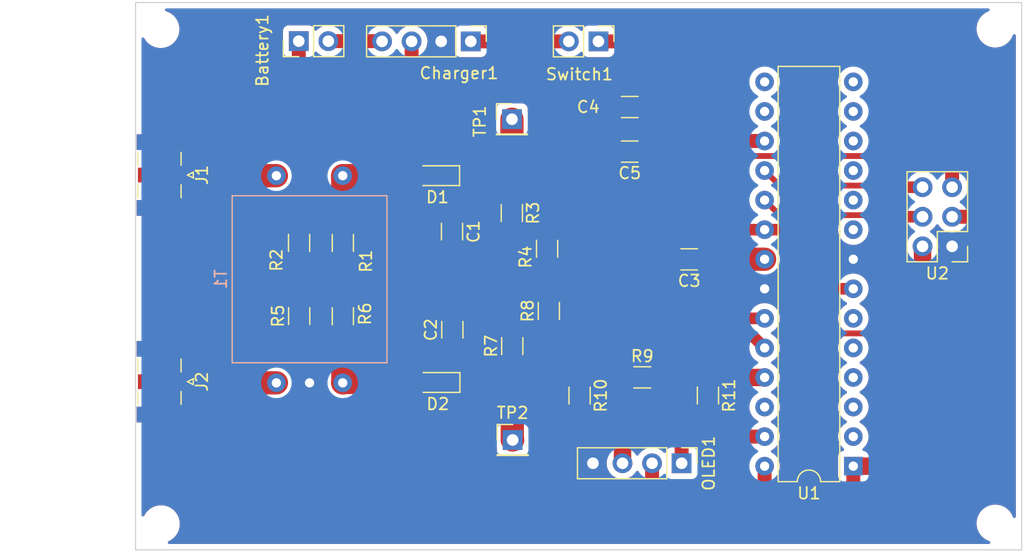
<source format=kicad_pcb>
(kicad_pcb (version 20211014) (generator pcbnew)
  (layers (0 "F.Cu" signal) (31 "B.Cu" signal) (34 "B.Paste" user) (35 "F.Paste" user) (36 "B.SilkS" user "B.Silkscreen") (37 "F.SilkS" user "F.Silkscreen") (38 "B.Mask" user) (39 "F.Mask" user) (44 "Edge.Cuts" user))
  (net 0 "")
  (net 1 "GND")
  (net 2 "Net-(J2-Pad1)")
  (net 3 "Net-(C1-Pad1)")
  (net 4 "Net-(C2-Pad1)")
  (net 5 "Net-(J1-Pad1)")
  (net 6 "Net-(C3-Pad1)")
  (net 7 "Net-(D1-Pad2)")
  (net 8 "Net-(R3-Pad2)")
  (net 9 "Net-(R7-Pad2)")
  (net 10 "Net-(D2-Pad2)")
  (net 11 "Net-(R10-Pad2)")
  (net 12 "Net-(Charger1-Pad1)")
  (net 13 "Net-(OLED1-Pad3)")
  (net 14 "Net-(Battery1-Pad1)")
  (net 15 "Net-(Battery1-Pad2)")
  (net 16 "Net-(C4-Pad1)")
  (net 17 "Net-(R11-Pad1)")
  (net 18 "Net-(OLED1-Pad1)")
  (net 19 "Net-(OLED1-Pad2)")
  (net 20 "Net-(U1-Pad17)")
  (net 21 "Net-(U1-Pad18)")
  (net 22 "Net-(U1-Pad19)")
  (footprint "Connector_PinHeader_2.54mm:PinHeader_1x02_P2.54mm_Vertical" (layer "F.Cu") (at 125.635 77.45 90)
    (fp_text reference "Battery1" (at -0.8 -3.125 90) (layer "F.SilkS"))
    (fp_text value "Battery" hide)
    (fp_line (start -1.33 1.27) (end -1.33 3.87) (layer "F.SilkS") (width 0.12))
    (fp_line (start -1.33 0) (end -1.33 -1.33) (layer "F.SilkS") (width 0.12))
    (fp_line (start -1.33 3.87) (end 1.33 3.87) (layer "F.SilkS") (width 0.12))
    (fp_line (start 1.33 1.27) (end 1.33 3.87) (layer "F.SilkS") (width 0.12))
    (fp_line (start -1.33 -1.33) (end 0 -1.33) (layer "F.SilkS") (width 0.12))
    (fp_line (start -1.33 1.27) (end 1.33 1.27) (layer "F.SilkS") (width 0.12))
    (pad "1" thru_hole rect (at 0 0 90) (size 1.7 1.7) (drill 1) (layers *.Cu *.Mask) (net 14 "Net-(Battery1-Pad1)"))
    (pad "2" thru_hole oval (at 0 2.54 90) (size 1.7 1.7) (drill 1) (layers *.Cu *.Mask) (net 15 "Net-(Battery1-Pad2)"))
  )
  (footprint "Connector_PinHeader_2.54mm:PinHeader_1x01_P2.54mm_Vertical" (layer "F.Cu") (at 144.01 111.72)
    (fp_text reference "TP2" (at 0 -2.33) (layer "F.SilkS"))
    (fp_text value "Vrev")
    (fp_line (start -1.33 1.27) (end 1.33 1.27) (layer "F.SilkS") (width 0.12))
    (fp_line (start -1.33 0) (end -1.33 -1.33) (layer "F.SilkS") (width 0.12))
    (fp_line (start -1.33 1.33) (end 1.33 1.33) (layer "F.SilkS") (width 0.12))
    (fp_line (start 1.33 1.27) (end 1.33 1.33) (layer "F.SilkS") (width 0.12))
    (fp_line (start -1.33 1.27) (end -1.33 1.33) (layer "F.SilkS") (width 0.12))
    (fp_line (start -1.33 -1.33) (end 0 -1.33) (layer "F.SilkS") (width 0.12))
    (pad "1" thru_hole rect (at 0 0) (size 1.7 1.7) (drill 1) (layers *.Cu *.Mask) (net 4 "Net-(C2-Pad1)"))
  )
  (footprint "Resistor_SMD:R_1206_3216Metric_Pad1.30x1.75mm_HandSolder" (layer "F.Cu") (at 155.15 106.34)
    (fp_text reference "R9" (at 0 -1.82) (layer "F.SilkS"))
    (fp_text value "39k 1%" hide)
    (fp_line (start -0.727064 -0.91) (end 0.727064 -0.91) (layer "F.SilkS") (width 0.12))
    (fp_line (start -0.727064 0.91) (end 0.727064 0.91) (layer "F.SilkS") (width 0.12))
    (pad "1" smd roundrect (at -1.55 0) (size 1.3 1.75) (layers "F.Cu" "F.Paste" "F.Mask") (roundrect_rratio 0.192308) (net 13 "Net-(OLED1-Pad3)"))
    (pad "2" smd roundrect (at 1.55 0) (size 1.3 1.75) (layers "F.Cu" "F.Paste" "F.Mask") (roundrect_rratio 0.192308) (net 17 "Net-(R11-Pad1)"))
  )
  (footprint "Connector_PinHeader_2.54mm:PinHeader_1x04_P2.54mm_Vertical" (layer "F.Cu") (at 158.53 113.72 -90)
    (fp_text reference "OLED1" (at 0 -2.33 -90) (layer "F.SilkS"))
    (fp_text value "SSD1306")
    (fp_line (start -1.33 0) (end -1.33 -1.33) (layer "F.SilkS") (width 0.12))
    (fp_line (start -1.33 1.27) (end 1.33 1.27) (layer "F.SilkS") (width 0.12))
    (fp_line (start -1.33 1.27) (end -1.33 8.95) (layer "F.SilkS") (width 0.12))
    (fp_line (start 1.33 1.27) (end 1.33 8.95) (layer "F.SilkS") (width 0.12))
    (fp_line (start -1.33 -1.33) (end 0 -1.33) (layer "F.SilkS") (width 0.12))
    (fp_line (start -1.33 8.95) (end 1.33 8.95) (layer "F.SilkS") (width 0.12))
    (pad "1" thru_hole rect (at 0 0 270) (size 1.7 1.7) (drill 1) (layers *.Cu *.Mask) (net 18 "Net-(OLED1-Pad1)"))
    (pad "2" thru_hole oval (at 0 2.54 270) (size 1.7 1.7) (drill 1) (layers *.Cu *.Mask) (net 19 "Net-(OLED1-Pad2)"))
    (pad "3" thru_hole oval (at 0 5.08 270) (size 1.7 1.7) (drill 1) (layers *.Cu *.Mask) (net 13 "Net-(OLED1-Pad3)"))
    (pad "4" thru_hole oval (at 0 7.62 270) (size 1.7 1.7) (drill 1) (layers *.Cu *.Mask) (net 1 "GND"))
  )
  (footprint "Resistor_SMD:R_1206_3216Metric_Pad1.30x1.75mm_HandSolder" (layer "F.Cu") (at 143.94 92.22 -90)
    (fp_text reference "R3" (at 0 -1.82 90) (layer "F.SilkS"))
    (fp_text value "18k 1%" hide)
    (fp_line (start -0.727064 0.91) (end 0.727064 0.91) (layer "F.SilkS") (width 0.12))
    (fp_line (start -0.727064 -0.91) (end 0.727064 -0.91) (layer "F.SilkS") (width 0.12))
    (pad "1" smd roundrect (at -1.55 0 270) (size 1.3 1.75) (layers "F.Cu" "F.Paste" "F.Mask") (roundrect_rratio 0.192308) (net 3 "Net-(C1-Pad1)"))
    (pad "2" smd roundrect (at 1.55 0 270) (size 1.3 1.75) (layers "F.Cu" "F.Paste" "F.Mask") (roundrect_rratio 0.192308) (net 8 "Net-(R3-Pad2)"))
  )
  (footprint "Package_DIP:DIP-28_W7.62mm" (layer "F.Cu") (at 173.28 113.97 180)
    (fp_text reference "U1" (at 3.81 -2.33) (layer "F.SilkS"))
    (fp_text value "ATmega328-PU")
    (fp_line (start 6.46 34.35) (end 6.46 -1.33) (layer "F.SilkS") (width 0.12))
    (fp_line (start 2.81 -1.33) (end 1.16 -1.33) (layer "F.SilkS") (width 0.12))
    (fp_line (start 1.16 34.35) (end 6.46 34.35) (layer "F.SilkS") (width 0.12))
    (fp_line (start 1.16 -1.33) (end 1.16 34.35) (layer "F.SilkS") (width 0.12))
    (fp_line (start 6.46 -1.33) (end 4.81 -1.33) (layer "F.SilkS") (width 0.12))
    (fp_arc (start 4.81 -1.33) (mid 3.81 -0.33) (end 2.81 -1.33) (layer "F.SilkS") (width 0.12))
    (pad "1" thru_hole rect (at 0 0 180) (size 1.6 1.6) (drill 0.8) (layers *.Cu *.Mask) (net 11 "Net-(R10-Pad2)"))
    (pad "2" thru_hole oval (at 0 2.54 180) (size 1.6 1.6) (drill 0.8) (layers *.Cu *.Mask))
    (pad "3" thru_hole oval (at 0 5.08 180) (size 1.6 1.6) (drill 0.8) (layers *.Cu *.Mask))
    (pad "4" thru_hole oval (at 0 7.62 180) (size 1.6 1.6) (drill 0.8) (layers *.Cu *.Mask))
    (pad "5" thru_hole oval (at 0 10.16 180) (size 1.6 1.6) (drill 0.8) (layers *.Cu *.Mask))
    (pad "6" thru_hole oval (at 0 12.7 180) (size 1.6 1.6) (drill 0.8) (layers *.Cu *.Mask))
    (pad "7" thru_hole oval (at 0 15.24 180) (size 1.6 1.6) (drill 0.8) (layers *.Cu *.Mask) (net 16 "Net-(C4-Pad1)"))
    (pad "8" thru_hole oval (at 0 17.78 180) (size 1.6 1.6) (drill 0.8) (layers *.Cu *.Mask) (net 1 "GND"))
    (pad "9" thru_hole oval (at 0 20.32 180) (size 1.6 1.6) (drill 0.8) (layers *.Cu *.Mask))
    (pad "10" thru_hole oval (at 0 22.86 180) (size 1.6 1.6) (drill 0.8) (layers *.Cu *.Mask))
    (pad "11" thru_hole oval (at 0 25.4 180) (size 1.6 1.6) (drill 0.8) (layers *.Cu *.Mask))
    (pad "12" thru_hole oval (at 0 27.94 180) (size 1.6 1.6) (drill 0.8) (layers *.Cu *.Mask))
    (pad "13" thru_hole oval (at 0 30.48 180) (size 1.6 1.6) (drill 0.8) (layers *.Cu *.Mask))
    (pad "14" thru_hole oval (at 0 33.02 180) (size 1.6 1.6) (drill 0.8) (layers *.Cu *.Mask))
    (pad "15" thru_hole oval (at 7.62 33.02 180) (size 1.6 1.6) (drill 0.8) (layers *.Cu *.Mask))
    (pad "16" thru_hole oval (at 7.62 30.48 180) (size 1.6 1.6) (drill 0.8) (layers *.Cu *.Mask))
    (pad "17" thru_hole oval (at 7.62 27.94 180) (size 1.6 1.6) (drill 0.8) (layers *.Cu *.Mask) (net 20 "Net-(U1-Pad17)"))
    (pad "18" thru_hole oval (at 7.62 25.4 180) (size 1.6 1.6) (drill 0.8) (layers *.Cu *.Mask) (net 21 "Net-(U1-Pad18)"))
    (pad "19" thru_hole oval (at 7.62 22.86 180) (size 1.6 1.6) (drill 0.8) (layers *.Cu *.Mask) (net 22 "Net-(U1-Pad19)"))
    (pad "20" thru_hole oval (at 7.62 20.32 180) (size 1.6 1.6) (drill 0.8) (layers *.Cu *.Mask) (net 16 "Net-(C4-Pad1)"))
    (pad "21" thru_hole oval (at 7.62 17.78 180) (size 1.6 1.6) (drill 0.8) (layers *.Cu *.Mask) (net 6 "Net-(C3-Pad1)"))
    (pad "22" thru_hole oval (at 7.62 15.24 180) (size 1.6 1.6) (drill 0.8) (layers *.Cu *.Mask) (net 1 "GND"))
    (pad "23" thru_hole oval (at 7.62 12.7 180) (size 1.6 1.6) (drill 0.8) (layers *.Cu *.Mask) (net 8 "Net-(R3-Pad2)"))
    (pad "24" thru_hole oval (at 7.62 10.16 180) (size 1.6 1.6) (drill 0.8) (layers *.Cu *.Mask) (net 9 "Net-(R7-Pad2)"))
    (pad "25" thru_hole oval (at 7.62 7.62 180) (size 1.6 1.6) (drill 0.8) (layers *.Cu *.Mask) (net 17 "Net-(R11-Pad1)"))
    (pad "26" thru_hole oval (at 7.62 5.08 180) (size 1.6 1.6) (drill 0.8) (layers *.Cu *.Mask))
    (pad "27" thru_hole oval (at 7.62 2.54 180) (size 1.6 1.6) (drill 0.8) (layers *.Cu *.Mask) (net 18 "Net-(OLED1-Pad1)"))
    (pad "28" thru_hole oval (at 7.62 0 180) (size 1.6 1.6) (drill 0.8) (layers *.Cu *.Mask) (net 19 "Net-(OLED1-Pad2)"))
  )
  (footprint "footprints:BN-43-202-5P" (layer "F.Cu") (at 126.56 97.91 90)
    (fp_text reference "T1" (at 0 -7.62 90) (layer "B.SilkS") (effects (justify mirror)))
    (fp_text value "DirectionalCoupler-Bin" hide)
    (fp_line (start -7.175 -6.65) (end 7.175 -6.65) (layer "B.SilkS") (width 0.12))
    (fp_line (start -7.175 6.65) (end 7.175 6.65) (layer "B.SilkS") (width 0.12))
    (fp_line (start -7.175 -6.65) (end -7.175 6.65) (layer "B.SilkS") (width 0.12))
    (fp_line (start 7.175 6.65) (end 7.175 -6.65) (layer "B.SilkS") (width 0.12))
    (pad "1" thru_hole circle (at -8.9 -2.85 90) (size 1.6 1.6) (drill 0.8) (layers *.Cu *.Mask) (net 2 "Net-(J2-Pad1)"))
    (pad "2" thru_hole circle (at -8.9 0 90) (size 1.6 1.6) (drill 0.8) (layers *.Cu *.Mask) (net 1 "GND"))
    (pad "3" thru_hole circle (at -8.9 2.85 90) (size 1.6 1.6) (drill 0.8) (layers *.Cu *.Mask) (net 10 "Net-(D2-Pad2)"))
    (pad "4" thru_hole circle (at 8.9 2.85 90) (size 1.6 1.6) (drill 0.8) (layers *.Cu *.Mask) (net 7 "Net-(D1-Pad2)"))
    (pad "5" thru_hole circle (at 8.9 -2.85 90) (size 1.6 1.6) (drill 0.8) (layers *.Cu *.Mask) (net 5 "Net-(J1-Pad1)"))
  )
  (footprint "Connector_PinHeader_2.54mm:PinHeader_1x04_P2.54mm_Vertical" (layer "F.Cu") (at 140.41 77.47 -90)
    (fp_text reference "Charger1" (at 2.73 1.01 180) (layer "F.SilkS"))
    (fp_text value "Charger" hide)
    (fp_line (start 1.33 1.27) (end 1.33 8.95) (layer "F.SilkS") (width 0.12))
    (fp_line (start -1.33 8.95) (end 1.33 8.95) (layer "F.SilkS") (width 0.12))
    (fp_line (start -1.33 -1.33) (end 0 -1.33) (layer "F.SilkS") (width 0.12))
    (fp_line (start -1.33 1.27) (end -1.33 8.95) (layer "F.SilkS") (width 0.12))
    (fp_line (start -1.33 0) (end -1.33 -1.33) (layer "F.SilkS") (width 0.12))
    (fp_line (start -1.33 1.27) (end 1.33 1.27) (layer "F.SilkS") (width 0.12))
    (pad "1" thru_hole rect (at 0 0 270) (size 1.7 1.7) (drill 1) (layers *.Cu *.Mask) (net 12 "Net-(Charger1-Pad1)"))
    (pad "2" thru_hole oval (at 0 2.54 270) (size 1.7 1.7) (drill 1) (layers *.Cu *.Mask) (net 1 "GND"))
    (pad "3" thru_hole oval (at 0 5.08 270) (size 1.7 1.7) (drill 1) (layers *.Cu *.Mask) (net 14 "Net-(Battery1-Pad1)"))
    (pad "4" thru_hole oval (at 0 7.62 270) (size 1.7 1.7) (drill 1) (layers *.Cu *.Mask) (net 15 "Net-(Battery1-Pad2)"))
  )
  (footprint "Resistor_SMD:R_1206_3216Metric_Pad1.30x1.75mm_HandSolder" (layer "F.Cu") (at 149.76 107.9 -90)
    (fp_text reference "R10" (at 0 -1.82 90) (layer "F.SilkS"))
    (fp_text value "10k" hide)
    (fp_line (start -0.727064 -0.91) (end 0.727064 -0.91) (layer "F.SilkS") (width 0.12))
    (fp_line (start -0.727064 0.91) (end 0.727064 0.91) (layer "F.SilkS") (width 0.12))
    (pad "1" smd roundrect (at -1.55 0 270) (size 1.3 1.75) (layers "F.Cu" "F.Paste" "F.Mask") (roundrect_rratio 0.192308) (net 13 "Net-(OLED1-Pad3)"))
    (pad "2" smd roundrect (at 1.55 0 270) (size 1.3 1.75) (layers "F.Cu" "F.Paste" "F.Mask") (roundrect_rratio 0.192308) (net 11 "Net-(R10-Pad2)"))
  )
  (footprint "Capacitor_SMD:C_1206_3216Metric_Pad1.33x1.80mm_HandSolder" (layer "F.Cu") (at 138.8 93.82 -90)
    (fp_text reference "C1" (at 0 -1.85 90) (layer "F.SilkS"))
    (fp_text value "10nF" hide)
    (fp_line (start -0.711252 -0.91) (end 0.711252 -0.91) (layer "F.SilkS") (width 0.12))
    (fp_line (start -0.711252 0.91) (end 0.711252 0.91) (layer "F.SilkS") (width 0.12))
    (pad "1" smd roundrect (at -1.5625 0 270) (size 1.325 1.8) (layers "F.Cu" "F.Paste" "F.Mask") (roundrect_rratio 0.188679) (net 3 "Net-(C1-Pad1)"))
    (pad "2" smd roundrect (at 1.5625 0 270) (size 1.325 1.8) (layers "F.Cu" "F.Paste" "F.Mask") (roundrect_rratio 0.188679) (net 1 "GND"))
  )
  (footprint "MountingHole:MountingHole_2.2mm_M2" (layer "F.Cu") (at 113.8 118.94)
    (fp_text reference "H2" hide)
    (fp_text value "MountingHole" hide)
    (pad "" np_thru_hole circle (at 0 0) (size 2.2 2.2) (drill 2.2) (layers *.Cu *.Mask))
  )
  (footprint "Connector_PinHeader_2.54mm:PinHeader_1x01_P2.54mm_Vertical" (layer "F.Cu") (at 143.95 84.16)
    (fp_text reference "TP1" (at -2.76 0.19 90) (layer "F.SilkS"))
    (fp_text value "Vfwd")
    (fp_line (start -1.33 1.27) (end -1.33 1.33) (layer "F.SilkS") (width 0.12))
    (fp_line (start -1.33 1.33) (end 1.33 1.33) (layer "F.SilkS") (width 0.12))
    (fp_line (start -1.33 -1.33) (end 0 -1.33) (layer "F.SilkS") (width 0.12))
    (fp_line (start -1.33 1.27) (end 1.33 1.27) (layer "F.SilkS") (width 0.12))
    (fp_line (start 1.33 1.27) (end 1.33 1.33) (layer "F.SilkS") (width 0.12))
    (fp_line (start -1.33 0) (end -1.33 -1.33) (layer "F.SilkS") (width 0.12))
    (pad "1" thru_hole rect (at 0 0) (size 1.7 1.7) (drill 1) (layers *.Cu *.Mask) (net 3 "Net-(C1-Pad1)"))
  )
  (footprint "Resistor_SMD:R_1206_3216Metric_Pad1.30x1.75mm_HandSolder" (layer "F.Cu") (at 125.67 101.07 90)
    (fp_text reference "R5" (at 0 -1.82 90) (layer "F.SilkS"))
    (fp_text value "100 1%" hide)
    (fp_line (start -0.727064 -0.91) (end 0.727064 -0.91) (layer "F.SilkS") (width 0.12))
    (fp_line (start -0.727064 0.91) (end 0.727064 0.91) (layer "F.SilkS") (width 0.12))
    (pad "1" smd roundrect (at -1.55 0 90) (size 1.3 1.75) (layers "F.Cu" "F.Paste" "F.Mask") (roundrect_rratio 0.192308) (net 10 "Net-(D2-Pad2)"))
    (pad "2" smd roundrect (at 1.55 0 90) (size 1.3 1.75) (layers "F.Cu" "F.Paste" "F.Mask") (roundrect_rratio 0.192308) (net 1 "GND"))
  )
  (footprint "Capacitor_SMD:C_1206_3216Metric_Pad1.33x1.80mm_HandSolder" (layer "F.Cu") (at 138.83 102.25 90)
    (fp_text reference "C2" (at 0 -1.85 90) (layer "F.SilkS"))
    (fp_text value "10nF" hide)
    (fp_line (start -0.711252 -0.91) (end 0.711252 -0.91) (layer "F.SilkS") (width 0.12))
    (fp_line (start -0.711252 0.91) (end 0.711252 0.91) (layer "F.SilkS") (width 0.12))
    (pad "1" smd roundrect (at -1.5625 0 90) (size 1.325 1.8) (layers "F.Cu" "F.Paste" "F.Mask") (roundrect_rratio 0.188679) (net 4 "Net-(C2-Pad1)"))
    (pad "2" smd roundrect (at 1.5625 0 90) (size 1.325 1.8) (layers "F.Cu" "F.Paste" "F.Mask") (roundrect_rratio 0.188679) (net 1 "GND"))
  )
  (footprint "Resistor_SMD:R_1206_3216Metric_Pad1.30x1.75mm_HandSolder" (layer "F.Cu") (at 143.98 103.65 90)
    (fp_text reference "R7" (at 0 -1.82 90) (layer "F.SilkS"))
    (fp_text value "18k 1%" hide)
    (fp_line (start -0.727064 0.91) (end 0.727064 0.91) (layer "F.SilkS") (width 0.12))
    (fp_line (start -0.727064 -0.91) (end 0.727064 -0.91) (layer "F.SilkS") (width 0.12))
    (pad "1" smd roundrect (at -1.55 0 90) (size 1.3 1.75) (layers "F.Cu" "F.Paste" "F.Mask") (roundrect_rratio 0.192308) (net 4 "Net-(C2-Pad1)"))
    (pad "2" smd roundrect (at 1.55 0 90) (size 1.3 1.75) (layers "F.Cu" "F.Paste" "F.Mask") (roundrect_rratio 0.192308) (net 9 "Net-(R7-Pad2)"))
  )
  (footprint "Capacitor_SMD:C_1206_3216Metric_Pad1.33x1.80mm_HandSolder" (layer "F.Cu") (at 154.07 86.94 180)
    (fp_text reference "C5" (at 0 -1.85) (layer "F.SilkS"))
    (fp_text value "100nF" hide)
    (fp_line (start -0.711252 -0.91) (end 0.711252 -0.91) (layer "F.SilkS") (width 0.12))
    (fp_line (start -0.711252 0.91) (end 0.711252 0.91) (layer "F.SilkS") (width 0.12))
    (pad "1" smd roundrect (at -1.5625 0 180) (size 1.325 1.8) (layers "F.Cu" "F.Paste" "F.Mask") (roundrect_rratio 0.188679) (net 16 "Net-(C4-Pad1)"))
    (pad "2" smd roundrect (at 1.5625 0 180) (size 1.325 1.8) (layers "F.Cu" "F.Paste" "F.Mask") (roundrect_rratio 0.188679) (net 1 "GND"))
  )
  (footprint "Diode_SMD:D_SOD-323_HandSoldering" (layer "F.Cu") (at 137.58 106.78 180)
    (fp_text reference "D2" (at 0 -1.85) (layer "F.SilkS"))
    (fp_text value "1N5711" hide)
    (fp_line (start -1.9 -0.85) (end -1.9 0.85) (layer "F.SilkS") (width 0.12))
    (fp_line (start -1.9 0.85) (end 1.25 0.85) (layer "F.SilkS") (width 0.12))
    (fp_line (start -1.9 -0.85) (end 1.25 -0.85) (layer "F.SilkS") (width 0.12))
    (pad "1" smd rect (at -1.25 0 180) (size 1 1) (layers "F.Cu" "F.Paste" "F.Mask") (net 4 "Net-(C2-Pad1)"))
    (pad "2" smd rect (at 1.25 0 180) (size 1 1) (layers "F.Cu" "F.Paste" "F.Mask") (net 10 "Net-(D2-Pad2)"))
  )
  (footprint "Resistor_SMD:R_1206_3216Metric_Pad1.30x1.75mm_HandSolder" (layer "F.Cu") (at 129.42 101.09 90)
    (fp_text reference "R6" (at 0.21 1.91 90) (layer "F.SilkS"))
    (fp_text value "100 1%" hide)
    (fp_line (start -0.727064 -0.91) (end 0.727064 -0.91) (layer "F.SilkS") (width 0.12))
    (fp_line (start -0.727064 0.91) (end 0.727064 0.91) (layer "F.SilkS") (width 0.12))
    (pad "1" smd roundrect (at -1.55 0 90) (size 1.3 1.75) (layers "F.Cu" "F.Paste" "F.Mask") (roundrect_rratio 0.192308) (net 10 "Net-(D2-Pad2)"))
    (pad "2" smd roundrect (at 1.55 0 90) (size 1.3 1.75) (layers "F.Cu" "F.Paste" "F.Mask") (roundrect_rratio 0.192308) (net 1 "GND"))
  )
  (footprint "MountingHole:MountingHole_2.2mm_M2" (layer "F.Cu") (at 185.48 118.88)
    (fp_text reference "H3" hide)
    (fp_text value "MountingHole" hide)
    (pad "" np_thru_hole circle (at 0 0) (size 2.2 2.2) (drill 2.2) (layers *.Cu *.Mask))
  )
  (footprint "Resistor_SMD:R_1206_3216Metric_Pad1.30x1.75mm_HandSolder" (layer "F.Cu") (at 147.12 100.63 90)
    (fp_text reference "R8" (at 0 -1.82 90) (layer "F.SilkS"))
    (fp_text value "10k 1%" hide)
    (fp_line (start -0.727064 0.91) (end 0.727064 0.91) (layer "F.SilkS") (width 0.12))
    (fp_line (start -0.727064 -0.91) (end 0.727064 -0.91) (layer "F.SilkS") (width 0.12))
    (pad "1" smd roundrect (at -1.55 0 90) (size 1.3 1.75) (layers "F.Cu" "F.Paste" "F.Mask") (roundrect_rratio 0.192308) (net 9 "Net-(R7-Pad2)"))
    (pad "2" smd roundrect (at 1.55 0 90) (size 1.3 1.75) (layers "F.Cu" "F.Paste" "F.Mask") (roundrect_rratio 0.192308) (net 1 "GND"))
  )
  (footprint "MountingHole:MountingHole_2.2mm_M2" (layer "F.Cu") (at 113.77 76.43)
    (fp_text reference "H1" hide)
    (fp_text value "MountingHole" hide)
    (pad "" np_thru_hole circle (at 0 0) (size 2.2 2.2) (drill 2.2) (layers *.Cu *.Mask))
  )
  (footprint "Connector_Coaxial:SMA_Samtec_SMA-J-P-X-ST-EM1_EdgeMount" (layer "F.Cu") (at 113.81 106.71 -90)
    (fp_text reference "J2" (at 0 -3.5 90) (layer "F.SilkS"))
    (fp_text value "RF_OUT")
    (fp_line (start 0.84 -1.71) (end 1.95 -1.71) (layer "F.SilkS") (width 0.12))
    (fp_line (start -1.95 -1.71) (end -0.84 -1.71) (layer "F.SilkS") (width 0.12))
    (fp_line (start 0.84 2) (end 1.95 2) (layer "F.SilkS") (width 0.12))
    (fp_line (start -1.95 2) (end -0.84 2) (layer "F.SilkS") (width 0.12))
    (fp_line (start 0.25 -2.76) (end -0.25 -2.76) (layer "F.SilkS") (width 0.12))
    (fp_line (start 0 -2.26) (end 0.25 -2.76) (layer "F.SilkS") (width 0.12))
    (fp_line (start -0.25 -2.76) (end 0 -2.26) (layer "F.SilkS") (width 0.12))
    (pad "1" smd rect (at 0 0.2 270) (size 1.27 3.6) (layers "F.Cu" "F.Paste" "F.Mask") (net 2 "Net-(J2-Pad1)"))
    (pad "2" smd rect (at 2.825 0 270) (size 1.35 4.2) (layers "B.Cu" "B.Paste" "B.Mask") (net 1 "GND"))
    (pad "2" smd rect (at 2.825 0 270) (size 1.35 4.2) (layers "F.Cu" "F.Paste" "F.Mask") (net 1 "GND"))
    (pad "2" smd rect (at -2.825 0 270) (size 1.35 4.2) (layers "F.Cu" "F.Paste" "F.Mask") (net 1 "GND"))
    (pad "2" smd rect (at -2.825 0 270) (size 1.35 4.2) (layers "B.Cu" "B.Paste" "B.Mask") (net 1 "GND"))
  )
  (footprint "Resistor_SMD:R_1206_3216Metric_Pad1.30x1.75mm_HandSolder" (layer "F.Cu") (at 129.42 94.79 -90)
    (fp_text reference "R1" (at 1.57 -1.99 90) (layer "F.SilkS"))
    (fp_text value "100 1%" hide)
    (fp_line (start -0.727064 -0.91) (end 0.727064 -0.91) (layer "F.SilkS") (width 0.12))
    (fp_line (start -0.727064 0.91) (end 0.727064 0.91) (layer "F.SilkS") (width 0.12))
    (pad "1" smd roundrect (at -1.55 0 270) (size 1.3 1.75) (layers "F.Cu" "F.Paste" "F.Mask") (roundrect_rratio 0.192308) (net 7 "Net-(D1-Pad2)"))
    (pad "2" smd roundrect (at 1.55 0 270) (size 1.3 1.75) (layers "F.Cu" "F.Paste" "F.Mask") (roundrect_rratio 0.192308) (net 1 "GND"))
  )
  (footprint "Connector_Coaxial:SMA_Samtec_SMA-J-P-X-ST-EM1_EdgeMount" (layer "F.Cu") (at 113.81 88.955 -90)
    (fp_text reference "J1" (at 0 -3.5 90) (layer "F.SilkS"))
    (fp_text value "RF_IN")
    (fp_line (start -1.95 2) (end -0.84 2) (layer "F.SilkS") (width 0.12))
    (fp_line (start -1.95 -1.71) (end -0.84 -1.71) (layer "F.SilkS") (width 0.12))
    (fp_line (start 0 -2.26) (end 0.25 -2.76) (layer "F.SilkS") (width 0.12))
    (fp_line (start 0.84 2) (end 1.95 2) (layer "F.SilkS") (width 0.12))
    (fp_line (start 0.25 -2.76) (end -0.25 -2.76) (layer "F.SilkS") (width 0.12))
    (fp_line (start 0.84 -1.71) (end 1.95 -1.71) (layer "F.SilkS") (width 0.12))
    (fp_line (start -0.25 -2.76) (end 0 -2.26) (layer "F.SilkS") (width 0.12))
    (pad "1" smd rect (at 0 0.2 270) (size 1.27 3.6) (layers "F.Cu" "F.Paste" "F.Mask") (net 5 "Net-(J1-Pad1)"))
    (pad "2" smd rect (at 2.825 0 270) (size 1.35 4.2) (layers "F.Cu" "F.Paste" "F.Mask") (net 1 "GND"))
    (pad "2" smd rect (at -2.825 0 270) (size 1.35 4.2) (layers "F.Cu" "F.Paste" "F.Mask") (net 1 "GND"))
    (pad "2" smd rect (at -2.825 0 270) (size 1.35 4.2) (layers "B.Cu" "B.Paste" "B.Mask") (net 1 "GND"))
    (pad "2" smd rect (at 2.825 0 270) (size 1.35 4.2) (layers "B.Cu" "B.Paste" "B.Mask") (net 1 "GND"))
  )
  (footprint "Capacitor_SMD:C_1206_3216Metric_Pad1.33x1.80mm_HandSolder" (layer "F.Cu") (at 154.07 83.11 180)
    (fp_text reference "C4" (at 3.56 0) (layer "F.SilkS"))
    (fp_text value "4.7uF MLCC / ELCO" hide)
    (fp_line (start -0.711252 -0.91) (end 0.711252 -0.91) (layer "F.SilkS") (width 0.12))
    (fp_line (start -0.711252 0.91) (end 0.711252 0.91) (layer "F.SilkS") (width 0.12))
    (pad "1" smd roundrect (at -1.5625 0 180) (size 1.325 1.8) (layers "F.Cu" "F.Paste" "F.Mask") (roundrect_rratio 0.188679) (net 16 "Net-(C4-Pad1)"))
    (pad "2" smd roundrect (at 1.5625 0 180) (size 1.325 1.8) (layers "F.Cu" "F.Paste" "F.Mask") (roundrect_rratio 0.188679) (net 1 "GND"))
  )
  (footprint "Resistor_SMD:R_1206_3216Metric_Pad1.30x1.75mm_HandSolder" (layer "F.Cu") (at 160.79 107.9 -90)
    (fp_text reference "R11" (at 0 -1.82 90) (layer "F.SilkS"))
    (fp_text value "10k 1%" hide)
    (fp_line (start -0.727064 0.91) (end 0.727064 0.91) (layer "F.SilkS") (width 0.12))
    (fp_line (start -0.727064 -0.91) (end 0.727064 -0.91) (layer "F.SilkS") (width 0.12))
    (pad "1" smd roundrect (at -1.55 0 270) (size 1.3 1.75) (layers "F.Cu" "F.Paste" "F.Mask") (roundrect_rratio 0.192308) (net 17 "Net-(R11-Pad1)"))
    (pad "2" smd roundrect (at 1.55 0 270) (size 1.3 1.75) (layers "F.Cu" "F.Paste" "F.Mask") (roundrect_rratio 0.192308) (net 1 "GND"))
  )
  (footprint "Resistor_SMD:R_1206_3216Metric_Pad1.30x1.75mm_HandSolder" (layer "F.Cu") (at 125.66 94.78 -90)
    (fp_text reference "R2" (at 1.49 1.94 90) (layer "F.SilkS"))
    (fp_text value "100 1%" hide)
    (fp_line (start -0.727064 -0.91) (end 0.727064 -0.91) (layer "F.SilkS") (width 0.12))
    (fp_line (start -0.727064 0.91) (end 0.727064 0.91) (layer "F.SilkS") (width 0.12))
    (pad "1" smd roundrect (at -1.55 0 270) (size 1.3 1.75) (layers "F.Cu" "F.Paste" "F.Mask") (roundrect_rratio 0.192308) (net 7 "Net-(D1-Pad2)"))
    (pad "2" smd roundrect (at 1.55 0 270) (size 1.3 1.75) (layers "F.Cu" "F.Paste" "F.Mask") (roundrect_rratio 0.192308) (net 1 "GND"))
  )
  (footprint "Connector_PinHeader_2.54mm:PinHeader_1x02_P2.54mm_Vertical" (layer "F.Cu") (at 151.38 77.47 -90)
    (fp_text reference "Switch1" (at 2.83 1.63 180) (layer "F.SilkS"))
    (fp_text value "custom_switch" hide)
    (fp_line (start -1.33 1.27) (end 1.33 1.27) (layer "F.SilkS") (width 0.12))
    (fp_line (start -1.33 -1.33) (end 0 -1.33) (layer "F.SilkS") (width 0.12))
    (fp_line (start -1.33 3.87) (end 1.33 3.87) (layer "F.SilkS") (width 0.12))
    (fp_line (start -1.33 0) (end -1.33 -1.33) (layer "F.SilkS") (width 0.12))
    (fp_line (start 1.33 1.27) (end 1.33 3.87) (layer "F.SilkS") (width 0.12))
    (fp_line (start -1.33 1.27) (end -1.33 3.87) (layer "F.SilkS") (width 0.12))
    (pad "1" thru_hole rect (at 0 0 270) (size 1.7 1.7) (drill 1) (layers *.Cu *.Mask) (net 16 "Net-(C4-Pad1)"))
    (pad "2" thru_hole oval (at 0 2.54 270) (size 1.7 1.7) (drill 1) (layers *.Cu *.Mask) (net 12 "Net-(Charger1-Pad1)"))
  )
  (footprint "Connector_PinHeader_2.54mm:PinHeader_2x03_P2.54mm_Vertical" (layer "F.Cu") (at 181.77 95.08 180)
    (fp_text reference "U2" (at 1.27 -2.33) (layer "F.SilkS"))
    (fp_text value "ICSP")
    (fp_line (start -1.33 1.27) (end 1.27 1.27) (layer "F.SilkS") (width 0.12))
    (fp_line (start -1.33 6.41) (end 3.87 6.41) (layer "F.SilkS") (width 0.12))
    (fp_line (start 1.27 1.27) (end 1.27 -1.33) (layer "F.SilkS") (width 0.12))
    (fp_line (start 1.27 -1.33) (end 3.87 -1.33) (layer "F.SilkS") (width 0.12))
    (fp_line (start 3.87 -1.33) (end 3.87 6.41) (layer "F.SilkS") (width 0.12))
    (fp_line (start -1.33 -1.33) (end 0 -1.33) (layer "F.SilkS") (width 0.12))
    (fp_line (start -1.33 0) (end -1.33 -1.33) (layer "F.SilkS") (width 0.12))
    (fp_line (start -1.33 1.27) (end -1.33 6.41) (layer "F.SilkS") (width 0.12))
    (pad "1" thru_hole rect (at 0 0 180) (size 1.7 1.7) (drill 1) (layers *.Cu *.Mask) (net 1 "GND"))
    (pad "2" thru_hole oval (at 2.54 0 180) (size 1.7 1.7) (drill 1) (layers *.Cu *.Mask) (net 11 "Net-(R10-Pad2)"))
    (pad "3" thru_hole oval (at 0 2.54 180) (size 1.7 1.7) (drill 1) (layers *.Cu *.Mask) (net 20 "Net-(U1-Pad17)"))
    (pad "4" thru_hole oval (at 2.54 2.54 180) (size 1.7 1.7) (drill 1) (layers *.Cu *.Mask) (net 22 "Net-(U1-Pad19)"))
    (pad "5" thru_hole oval (at 0 5.08 180) (size 1.7 1.7) (drill 1) (layers *.Cu *.Mask) (net 16 "Net-(C4-Pad1)"))
    (pad "6" thru_hole oval (at 2.54 5.08 180) (size 1.7 1.7) (drill 1) (layers *.Cu *.Mask) (net 21 "Net-(U1-Pad18)"))
  )
  (footprint "Diode_SMD:D_SOD-323_HandSoldering" (layer "F.Cu") (at 137.55 89.01 180)
    (fp_text reference "D1" (at 0 -1.85) (layer "F.SilkS"))
    (fp_text value "1N5711" hide)
    (fp_line (start -1.9 -0.85) (end -1.9 0.85) (layer "F.SilkS") (width 0.12))
    (fp_line (start -1.9 -0.85) (end 1.25 -0.85) (layer "F.SilkS") (width 0.12))
    (fp_line (start -1.9 0.85) (end 1.25 0.85) (layer "F.SilkS") (width 0.12))
    (pad "1" smd rect (at -1.25 0 180) (size 1 1) (layers "F.Cu" "F.Paste" "F.Mask") (net 3 "Net-(C1-Pad1)"))
    (pad "2" smd rect (at 1.25 0 180) (size 1 1) (layers "F.Cu" "F.Paste" "F.Mask") (net 7 "Net-(D1-Pad2)"))
  )
  (footprint "Capacitor_SMD:C_1206_3216Metric_Pad1.33x1.80mm_HandSolder" (layer "F.Cu") (at 159.18 96.2 180)
    (fp_text reference "C3" (at 0 -1.85) (layer "F.SilkS"))
    (fp_text value "100nF" hide)
    (fp_line (start -0.711252 0.91) (end 0.711252 0.91) (layer "F.SilkS") (width 0.12))
    (fp_line (start -0.711252 -0.91) (end 0.711252 -0.91) (layer "F.SilkS") (width 0.12))
    (pad "1" smd roundrect (at -1.5625 0 180) (size 1.325 1.8) (layers "F.Cu" "F.Paste" "F.Mask") (roundrect_rratio 0.188679) (net 6 "Net-(C3-Pad1)"))
    (pad "2" smd roundrect (at 1.5625 0 180) (size 1.325 1.8) (layers "F.Cu" "F.Paste" "F.Mask") (roundrect_rratio 0.188679) (net 1 "GND"))
  )
  (footprint "Resistor_SMD:R_1206_3216Metric_Pad1.30x1.75mm_HandSolder" (layer "F.Cu") (at 146.97 95.29 -90)
    (fp_text reference "R4" (at 0.71 1.85 90) (layer "F.SilkS"))
    (fp_text value "10k 1%" hide)
    (fp_line (start -0.727064 0.91) (end 0.727064 0.91) (layer "F.SilkS") (width 0.12))
    (fp_line (start -0.727064 -0.91) (end 0.727064 -0.91) (layer "F.SilkS") (width 0.12))
    (pad "1" smd roundrect (at -1.55 0 270) (size 1.3 1.75) (layers "F.Cu" "F.Paste" "F.Mask") (roundrect_rratio 0.192308) (net 8 "Net-(R3-Pad2)"))
    (pad "2" smd roundrect (at 1.55 0 270) (size 1.3 1.75) (layers "F.Cu" "F.Paste" "F.Mask") (roundrect_rratio 0.192308) (net 1 "GND"))
  )
  (footprint "MountingHole:MountingHole_2.2mm_M2" (layer "F.Cu") (at 185.48 76.39)
    (fp_text reference "H4" hide)
    (fp_text value "MountingHole" hide)
    (pad "" np_thru_hole circle (at 0 0) (size 2.2 2.2) (drill 2.2) (layers *.Cu *.Mask))
  )
  (gr_rect (start 111.61 74.13) (end 187.75 121.16) (layer "Edge.Cuts") (width 0.1) (fill none))
  (segment (start 175.69 96.29) (end 175.59 96.19) (width 0.5) (layer "F.Cu") (net 1))
  (segment (start 175.549511 102.560489) (end 175.69 102.42) (width 0.5) (layer "F.Cu") (net 1))
  (segment (start 175.69 102.42) (end 175.69 96.29) (width 0.5) (layer "F.Cu") (net 1))
  (segment (start 167.55 99.11) (end 167.55 102.47) (width 0.5) (layer "F.Cu") (net 1))
  (segment (start 167.640489 102.560489) (end 175.549511 102.560489) (width 0.5) (layer "F.Cu") (net 1))
  (segment (start 175.59 96.19) (end 173.28 96.19) (width 0.5) (layer "F.Cu") (net 1))
  (segment (start 165.66 98.73) (end 167.17 98.73) (width 0.5) (layer "F.Cu") (net 1))
  (segment (start 167.55 102.47) (end 167.640489 102.560489) (width 0.5) (layer "F.Cu") (net 1))
  (segment (start 167.17 98.73) (end 167.55 99.11) (width 0.5) (layer "F.Cu") (net 1))
  (segment (start 113.71 106.81) (end 113.61 106.71) (width 2) (layer "F.Cu") (net 2))
  (segment (start 123.71 106.81) (end 113.71 106.81) (width 2) (layer "F.Cu") (net 2))
  (segment (start 143.93 90.66) (end 143.94 90.67) (width 2) (layer "F.Cu") (net 3))
  (segment (start 138.8 89.01) (end 143.96 89.01) (width 2) (layer "F.Cu") (net 3))
  (segment (start 143.96 89.01) (end 143.94 89.03) (width 2) (layer "F.Cu") (net 3))
  (segment (start 143.94 89.03) (end 143.94 90.67) (width 2) (layer "F.Cu") (net 3))
  (segment (start 143.95 84.16) (end 143.95 89) (width 2) (layer "F.Cu") (net 3))
  (segment (start 138.8 89.01) (end 138.8 92.2575) (width 2) (layer "F.Cu") (net 3))
  (segment (start 138.83 103.8125) (end 138.83 106.78) (width 2) (layer "F.Cu") (net 4))
  (segment (start 138.83 106.78) (end 143.98 106.78) (width 2) (layer "F.Cu") (net 4))
  (segment (start 143.98 106.78) (end 143.98 105.2) (width 2) (layer "F.Cu") (net 4))
  (segment (start 143.98 111.69) (end 144.01 111.72) (width 2) (layer "F.Cu") (net 4))
  (segment (start 143.98 106.78) (end 143.98 111.69) (width 2) (layer "F.Cu") (net 4))
  (segment (start 123.71 89.01) (end 113.665 89.01) (width 2) (layer "F.Cu") (net 5))
  (segment (start 113.665 89.01) (end 113.61 88.955) (width 2) (layer "F.Cu") (net 5))
  (segment (start 165.66 96.19) (end 160.7525 96.19) (width 2) (layer "F.Cu") (net 6))
  (segment (start 160.7525 96.19) (end 160.7425 96.2) (width 2) (layer "F.Cu") (net 6))
  (segment (start 129.41 89.01) (end 129.41 93.23) (width 2) (layer "F.Cu") (net 7))
  (segment (start 136.3 89.01) (end 129.41 89.01) (width 2) (layer "F.Cu") (net 7))
  (segment (start 125.66 93.23) (end 129.41 93.23) (width 2) (layer "F.Cu") (net 7))
  (segment (start 129.41 93.23) (end 129.42 93.24) (width 2) (layer "F.Cu") (net 7))
  (segment (start 147.29 93.77) (end 143.94 93.77) (width 2) (layer "F.Cu") (net 8))
  (segment (start 149.9 101.27) (end 149.61 100.98) (width 1) (layer "F.Cu") (net 8))
  (segment (start 149.61 93.74) (end 146.97 93.74) (width 1) (layer "F.Cu") (net 8))
  (segment (start 165.66 101.27) (end 149.9 101.27) (width 1) (layer "F.Cu") (net 8))
  (segment (start 149.61 100.98) (end 149.61 93.74) (width 1) (layer "F.Cu") (net 8))
  (segment (start 147.71 102.77) (end 164.62 102.77) (width 1) (layer "F.Cu") (net 9))
  (segment (start 147.46 102.1) (end 143.98 102.1) (width 2) (layer "F.Cu") (net 9))
  (segment (start 164.62 102.77) (end 165.66 103.81) (width 1) (layer "F.Cu") (net 9))
  (segment (start 147.12 102.18) (end 147.71 102.77) (width 0.25) (layer "F.Cu") (net 9))
  (segment (start 129.42 102.64) (end 125.69 102.64) (width 2) (layer "F.Cu") (net 10))
  (segment (start 129.42 102.64) (end 129.42 106.8) (width 2) (layer "F.Cu") (net 10))
  (segment (start 129.42 106.8) (end 129.41 106.81) (width 2) (layer "F.Cu") (net 10))
  (segment (start 129.44 106.78) (end 129.41 106.81) (width 2) (layer "F.Cu") (net 10))
  (segment (start 136.33 106.78) (end 129.44 106.78) (width 2) (layer "F.Cu") (net 10))
  (segment (start 125.69 102.64) (end 125.67 102.62) (width 2) (layer "F.Cu") (net 10))
  (segment (start 179.23 113.64) (end 178.9 113.97) (width 1.5) (layer "F.Cu") (net 11))
  (segment (start 173.28 117.39) (end 173.28 113.97) (width 1.2) (layer "F.Cu") (net 11))
  (segment (start 148.48 109.45) (end 147.93 110) (width 1.2) (layer "F.Cu") (net 11))
  (segment (start 179.23 95.08) (end 179.23 113.64) (width 1.5) (layer "F.Cu") (net 11))
  (segment (start 148.27 117.85) (end 172.82 117.85) (width 1.2) (layer "F.Cu") (net 11))
  (segment (start 147.93 117.51) (end 148.27 117.85) (width 1.2) (layer "F.Cu") (net 11))
  (segment (start 173.28 117.39) (end 172.82 117.85) (width 1.2) (layer "F.Cu") (net 11))
  (segment (start 149.76 109.45) (end 148.48 109.45) (width 1.2) (layer "F.Cu") (net 11))
  (segment (start 147.93 110) (end 147.93 117.51) (width 1.2) (layer "F.Cu") (net 11))
  (segment (start 178.9 113.97) (end 173.28 113.97) (width 1.5) (layer "F.Cu") (net 11))
  (segment (start 140.41 77.47) (end 148.84 77.47) (width 1.2) (layer "F.Cu") (net 12))
  (segment (start 153.6 106.34) (end 153.45 106.49) (width 0.25) (layer "F.Cu") (net 13))
  (segment (start 149.76 106.35) (end 153.59 106.35) (width 1.5) (layer "F.Cu") (net 13))
  (segment (start 153.45 106.49) (end 153.45 113.72) (width 1.5) (layer "F.Cu") (net 13))
  (segment (start 135.065 80.075) (end 125.635 80.075) (width 1.2) (layer "F.Cu") (net 14))
  (segment (start 135.33 77.47) (end 135.33 79.81) (width 1.2) (layer "F.Cu") (net 14))
  (segment (start 135.33 79.81) (end 135.065 80.075) (width 1.2) (layer "F.Cu") (net 14))
  (segment (start 125.635 80.075) (end 125.635 77.45) (width 1.2) (layer "F.Cu") (net 14))
  (segment (start 128.175 77.45) (end 132.77 77.45) (width 1.2) (layer "F.Cu") (net 15))
  (segment (start 132.77 77.45) (end 132.79 77.47) (width 1.2) (layer "F.Cu") (net 15))
  (segment (start 155.61 77.7) (end 155.61 83.06) (width 1.2) (layer "F.Cu") (net 16))
  (segment (start 181.77 87.790978) (end 181.299511 87.320489) (width 1.2) (layer "F.Cu") (net 16))
  (segment (start 165.66 93.65) (end 167.99 93.65) (width 1) (layer "F.Cu") (net 16))
  (segment (start 168.51 94.17) (end 168.51 98.3) (width 1) (layer "F.Cu") (net 16))
  (segment (start 155.38 77.47) (end 155.61 77.7) (width 1.2) (layer "F.Cu") (net 16))
  (segment (start 168.94 98.73) (end 173.28 98.73) (width 1) (layer "F.Cu") (net 16))
  (segment (start 151.38 77.47) (end 155.38 77.47) (width 1.2) (layer "F.Cu") (net 16))
  (segment (start 167.99 93.65) (end 168.51 94.17) (width 1) (layer "F.Cu") (net 16))
  (segment (start 175.370489 87.320489) (end 175.37 87.32) (width 1.2) (layer "F.Cu") (net 16))
  (segment (start 181.299511 87.320489) (end 175.370489 87.320489) (width 1.2) (layer "F.Cu") (net 16))
  (segment (start 162.989511 88.270489) (end 162.95 88.31) (width 0.5) (layer "F.Cu") (net 16))
  (segment (start 155.61 83.06) (end 155.61 86.9175) (width 1.2) (layer "F.Cu") (net 16))
  (segment (start 162.989511 87.320489) (end 175.369511 87.320489) (width 0.5) (layer "F.Cu") (net 16))
  (segment (start 175.369511 87.320489) (end 175.37 87.32) (width 0.5) (layer "F.Cu") (net 16))
  (segment (start 168.94 98.73) (end 168.51 98.3) (width 1) (layer "F.Cu") (net 16))
  (segment (start 162.989511 87.320489) (end 162.989511 88.270489) (width 0.5) (layer "F.Cu") (net 16))
  (segment (start 162.95 93.65) (end 162.95 88.31) (width 1) (layer "F.Cu") (net 16))
  (segment (start 181.760489 87.320489) (end 181.77 87.33) (width 0.5) (layer "F.Cu") (net 16))
  (segment (start 162.95 93.65) (end 155.84 93.65) (width 1) (layer "F.Cu") (net 16))
  (segment (start 181.77 90) (end 181.77 87.790978) (width 1.2) (layer "F.Cu") (net 16))
  (segment (start 165.66 93.65) (end 162.95 93.65) (width 1) (layer "F.Cu") (net 16))
  (segment (start 155.6325 93.4425) (end 155.6325 86.94) (width 1) (layer "F.Cu") (net 16))
  (segment (start 155.84 93.65) (end 155.6325 93.4425) (width 1) (layer "F.Cu") (net 16))
  (segment (start 155.61 86.9175) (end 155.6325 86.94) (width 1.2) (layer "F.Cu") (net 16))
  (segment (start 165.66 106.35) (end 160.79 106.35) (width 1.5) (layer "F.Cu") (net 17))
  (segment (start 156.71 106.35) (end 156.7 106.34) (width 0.25) (layer "F.Cu") (net 17))
  (segment (start 160.79 106.35) (end 156.71 106.35) (width 1.5) (layer "F.Cu") (net 17))
  (segment (start 158.53 113.72) (end 158.53 111.57) (width 1.2) (layer "F.Cu") (net 18))
  (segment (start 158.67 111.43) (end 165.66 111.43) (width 1.2) (layer "F.Cu") (net 18))
  (segment (start 158.53 111.57) (end 158.67 111.43) (width 1.2) (layer "F.Cu") (net 18))
  (segment (start 156.62 116.23) (end 165.2 116.23) (width 1.2) (layer "F.Cu") (net 19))
  (segment (start 155.99 113.72) (end 155.99 115.6) (width 1.2) (layer "F.Cu") (net 19))
  (segment (start 155.99 115.6) (end 156.62 116.23) (width 1.2) (layer "F.Cu") (net 19))
  (segment (start 165.66 113.97) (end 165.66 115.77) (width 1.2) (layer "F.Cu") (net 19))
  (segment (start 165.66 115.77) (end 165.2 116.23) (width 1.2) (layer "F.Cu") (net 19))
  (segment (start 163.18 86.03) (end 163.03 85.88) (width 1.2) (layer "F.Cu") (net 20))
  (segment (start 183.97 92.51) (end 183.94 92.54) (width 0.25) (layer "F.Cu") (net 20))
  (segment (start 163.03 77.24) (end 175.83 77.24) (width 1.2) (layer "F.Cu") (net 20))
  (segment (start 184.33 91.99) (end 183.78 92.54) (width 1.2) (layer "F.Cu") (net 20))
  (segment (start 184.33 85.44) (end 175.94 85.44) (width 1.2) (layer "F.Cu") (net 20))
  (segment (start 181.77 92.54) (end 183.78 92.54) (width 1.2) (layer "F.Cu") (net 20))
  (segment (start 175.83 77.24) (end 175.83 85.33) (width 1.2) (layer "F.Cu") (net 20))
  (segment (start 163.03 85.88) (end 163.03 77.24) (width 1.2) (layer "F.Cu") (net 20))
  (segment (start 184.33 85.44) (end 184.33 91.99) (width 1.2) (layer "F.Cu") (net 20))
  (segment (start 183.94 92.54) (end 183.78 92.54) (width 0.25) (layer "F.Cu") (net 20))
  (segment (start 175.94 85.44) (end 175.83 85.33) (width 1.2) (layer "F.Cu") (net 20))
  (segment (start 165.66 86.03) (end 163.18 86.03) (width 1.2) (layer "F.Cu") (net 20))
  (segment (start 166.950489 89.860489) (end 175.470489 89.860489) (width 0.5) (layer "F.Cu") (net 21))
  (segment (start 166.950489 89.860489) (end 165.66 88.57) (width 0.5) (layer "F.Cu") (net 21))
  (segment (start 179.23 90) (end 175.61 90) (width 1) (layer "F.Cu") (net 21))
  (segment (start 179.23 92.54) (end 175.42 92.54) (width 1) (layer "F.Cu") (net 22))
  (segment (start 166.950489 92.400489) (end 165.66 91.11) (width 0.5) (layer "F.Cu") (net 22))
  (segment (start 166.950489 92.400489) (end 175.280489 92.400489) (width 0.5) (layer "F.Cu") (net 22))
  (segment (start 175.280489 92.400489) (end 175.42 92.54) (width 0.5) (layer "F.Cu") (net 22))
  (zone (net 1) (net_name "GND") (layer "F.Cu") (connect_pads yes (clearance 0.508)) (min_thickness 0.254) (fill yes (thermal_gap 0.508) (thermal_bridge_width 0.508))
    (polygon (pts (xy 187.87 74.14) (xy 187.87 121.16) (xy 111.611466 121.149483) (xy 111.601466 74.129483)))
  )
  (zone (net 1) (net_name "GND") (layer "B.Cu") (connect_pads yes (clearance 0.508)) (min_thickness 0.254) (fill yes (thermal_gap 0.508) (thermal_bridge_width 0.508))
    (polygon (pts (xy 187.815495 121.153395) (xy 111.61 121.14) (xy 111.61 74.13) (xy 187.805495 74.133395)))
  )
)
</source>
